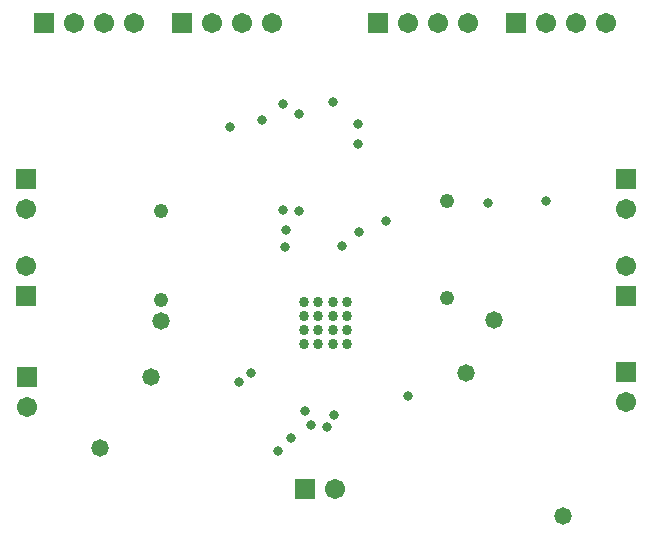
<source format=gbs>
%FSTAX24Y24*%
%MOIN*%
%SFA1B1*%

%IPPOS*%
%ADD48R,0.067060X0.067060*%
%ADD49C,0.067060*%
%ADD50R,0.067060X0.067060*%
%ADD51C,0.031620*%
%ADD52C,0.058000*%
%ADD53C,0.048000*%
%ADD54C,0.033980*%
%LNa3988_breakout-1*%
%LPD*%
G54D48*
X02125Y04215D03*
Y04605D03*
X04125D03*
Y04215D03*
X041275Y0396D03*
X0213Y03945D03*
G54D49*
X02125Y04315D03*
Y04505D03*
X04125D03*
Y04315D03*
X0406Y05125D03*
X0396D03*
X0386D03*
X036D03*
X035D03*
X034D03*
X02945D03*
X02845D03*
X02745D03*
X02485D03*
X02385D03*
X02285D03*
X041275Y0386D03*
X0213Y03845D03*
X03155Y035725D03*
G54D50*
X0376Y05125D03*
X033D03*
X02645D03*
X02185D03*
X03055Y035725D03*
G54D51*
X02875Y039575D03*
X0301Y0374D03*
X029825Y04855D03*
X032325Y047875D03*
Y0472D03*
X0386Y0453D03*
X02965Y036975D03*
X03665Y04525D03*
X030775Y03785D03*
X0299Y043775D03*
X029925Y04435D03*
X029825Y045D03*
X03035Y048225D03*
Y044975D03*
X03055Y0383D03*
X034Y0388D03*
X033275Y04465D03*
X028375Y039275D03*
X0318Y0438D03*
X028075Y047775D03*
X029125Y048025D03*
X032375Y044275D03*
X0315Y0486D03*
X031525Y038175D03*
X0313Y037775D03*
G54D52*
X035925Y039575D03*
X025425Y03945D03*
X03685Y04135D03*
X02575Y0413D03*
X039175Y0348D03*
X023725Y037075D03*
G54D53*
X0353Y0453D03*
X035305Y042094D03*
X025755Y044994D03*
Y042019D03*
G54D54*
X031958Y040541D03*
X031486D03*
X031013D03*
X030541D03*
X031958Y041013D03*
X031486D03*
X031013D03*
X030541D03*
X031958Y041486D03*
X031486D03*
X031013D03*
X030541D03*
X031958Y041958D03*
X031486D03*
X031013D03*
X030541D03*
M02*
</source>
